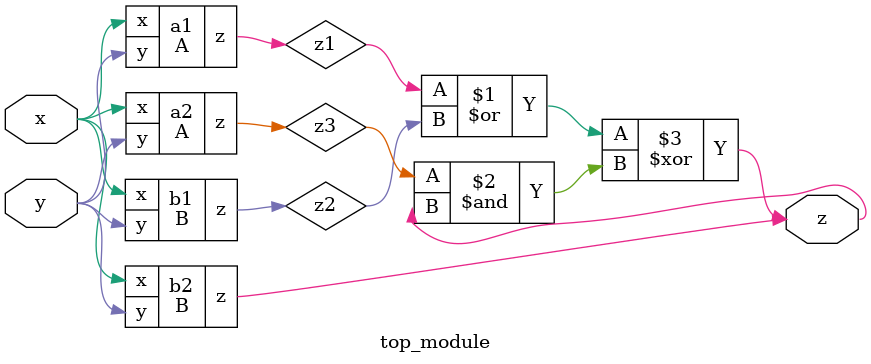
<source format=sv>
module A(
    input x,
    input y,
    output z
);

assign z = (x ^ y) & x;

endmodule
module B(
    input x,
    input y,
    output z
);

assign z = (x & ~y) | (~x & y);

endmodule
module top_module(
    input x,
    input y,
    output z
);

wire z1, z2, z3;

A a1(
    .x(x),
    .y(y),
    .z(z1)
);

B b1(
    .x(x),
    .y(y),
    .z(z2)
);

A a2(
    .x(x),
    .y(y),
    .z(z3)
);

B b2(
    .x(x),
    .y(y),
    .z(z)
);

assign z = (z1 | z2) ^ (z3 & z);

endmodule

</source>
